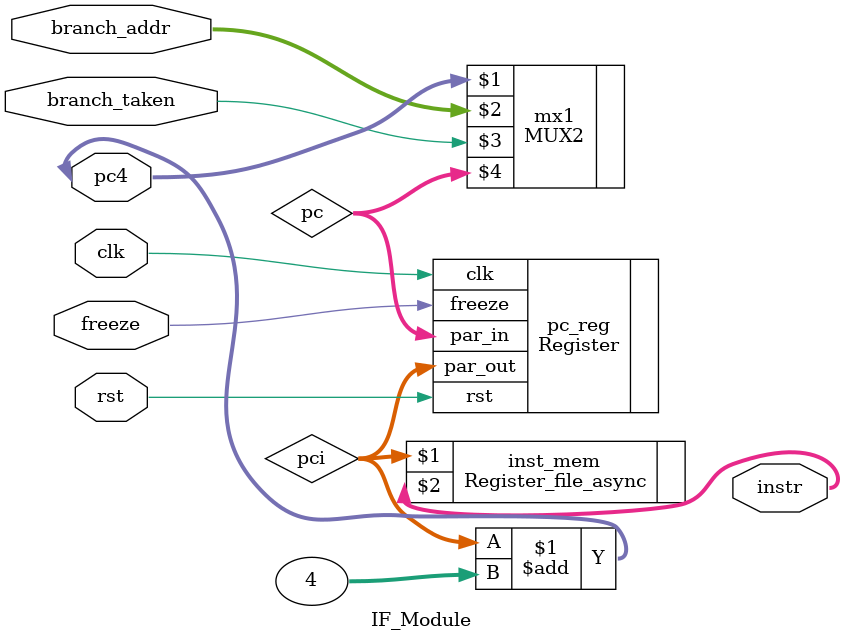
<source format=v>
`define pc_size 32
`define data_size 32

module IF_Module (
    pc4,instr,branch_addr,branch_taken,clk,rst,freeze
);
    inout [`pc_size-1:0] pc4; 
    input [`pc_size-1:0] branch_addr;
    input branch_taken,clk,rst,freeze;
    output [`data_size-1:0] instr;

    wire [`pc_size-1:0] pc,pci;

    MUX2 #(.WIDTH(32)) mx1 (pc4,branch_addr,branch_taken,pc);
    Register #(.WIDTH(32)) pc_reg (.clk(clk), .rst(rst), .freeze(freeze), .par_in(pc), .par_out(pci));
    assign pc4 = pci + 4;
    Register_file_async #(.BASE_MEM_WIDTH(8), .WIDTH(`pc_size) , .LENGTH(376), .ADDRESS_SIZE(`pc_size), .MIF_NAME("mem.txt")) inst_mem (pci,instr);

endmodule
</source>
